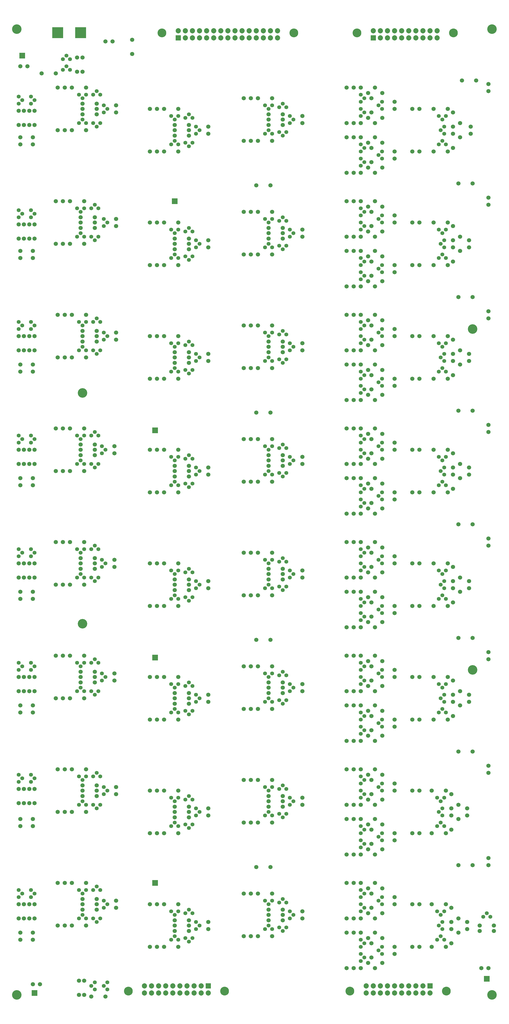
<source format=gbs>
G75*
G70*
%OFA0B0*%
%FSLAX24Y24*%
%IPPOS*%
%LPD*%
%AMOC8*
5,1,8,0,0,1.08239X$1,22.5*
%
%ADD10C,0.0595*%
%ADD11C,0.0556*%
%ADD12R,0.0730X0.0730*%
%ADD13C,0.0730*%
%ADD14C,0.1240*%
%ADD15R,0.0789X0.0789*%
%ADD16R,0.1580X0.1580*%
%ADD17C,0.1340*%
D10*
X003600Y005375D03*
X004600Y005375D03*
X003600Y011625D03*
X003600Y012625D03*
X003850Y014625D03*
X003100Y014625D03*
X002350Y014625D03*
X001600Y014625D03*
X001600Y016625D03*
X002350Y016625D03*
X003100Y016625D03*
X003850Y016625D03*
X001850Y012625D03*
X001850Y011625D03*
X007100Y013625D03*
X008100Y013625D03*
X009100Y013625D03*
X011100Y013625D03*
X010600Y015875D03*
X010600Y016625D03*
X010600Y017375D03*
X011100Y019625D03*
X009100Y019625D03*
X008100Y019625D03*
X007100Y019625D03*
X003600Y027625D03*
X003600Y028625D03*
X003850Y030875D03*
X003100Y030875D03*
X002350Y030875D03*
X001600Y030875D03*
X001600Y032875D03*
X002350Y032875D03*
X003100Y032875D03*
X003850Y032875D03*
X001850Y028625D03*
X001850Y027625D03*
X007100Y029625D03*
X008100Y029625D03*
X009100Y029625D03*
X011100Y029625D03*
X010600Y031875D03*
X010600Y032625D03*
X010600Y033375D03*
X011100Y035625D03*
X009100Y035625D03*
X008100Y035625D03*
X007100Y035625D03*
X003600Y043625D03*
X003600Y044625D03*
X003850Y046625D03*
X003100Y046625D03*
X002350Y046625D03*
X001600Y046625D03*
X001600Y048625D03*
X002350Y048625D03*
X003100Y048625D03*
X003850Y048625D03*
X001850Y044625D03*
X001850Y043625D03*
X006850Y045625D03*
X007850Y045625D03*
X008850Y045625D03*
X010350Y047875D03*
X010350Y048625D03*
X010350Y049375D03*
X010850Y051625D03*
X012350Y049375D03*
X012350Y048625D03*
X012350Y047875D03*
X010850Y045625D03*
X008850Y051625D03*
X007850Y051625D03*
X006850Y051625D03*
X003600Y059625D03*
X003600Y060625D03*
X003850Y062625D03*
X003100Y062625D03*
X002350Y062625D03*
X001600Y062625D03*
X001600Y064625D03*
X002350Y064625D03*
X003100Y064625D03*
X003850Y064625D03*
X001850Y060625D03*
X001850Y059625D03*
X006850Y061625D03*
X007850Y061625D03*
X008850Y061625D03*
X010350Y063875D03*
X010350Y064625D03*
X010350Y065375D03*
X010850Y067625D03*
X012350Y065375D03*
X012350Y064625D03*
X012350Y063875D03*
X010850Y061625D03*
X008850Y067625D03*
X007850Y067625D03*
X006850Y067625D03*
X003600Y075625D03*
X003600Y076625D03*
X003850Y078625D03*
X003100Y078625D03*
X002350Y078625D03*
X001600Y078625D03*
X001850Y076625D03*
X001850Y075625D03*
X001600Y080625D03*
X002350Y080625D03*
X003100Y080625D03*
X003850Y080625D03*
X006850Y077625D03*
X007850Y077625D03*
X008850Y077625D03*
X010350Y079875D03*
X010350Y080625D03*
X010350Y081375D03*
X010850Y083625D03*
X012350Y081375D03*
X012350Y080625D03*
X012350Y079875D03*
X010850Y077625D03*
X008850Y083625D03*
X007850Y083625D03*
X006850Y083625D03*
X003600Y091625D03*
X003600Y092625D03*
X003850Y094625D03*
X003100Y094625D03*
X002350Y094625D03*
X001600Y094625D03*
X001850Y092625D03*
X001850Y091625D03*
X001600Y096625D03*
X002350Y096625D03*
X003100Y096625D03*
X003850Y096625D03*
X007100Y093625D03*
X008100Y093625D03*
X009100Y093625D03*
X011100Y093625D03*
X010600Y095875D03*
X010600Y096625D03*
X010600Y097375D03*
X011100Y099625D03*
X009100Y099625D03*
X008100Y099625D03*
X007100Y099625D03*
X003600Y107625D03*
X003600Y108625D03*
X003850Y110375D03*
X003100Y110375D03*
X002350Y110375D03*
X001600Y110375D03*
X001850Y108625D03*
X001850Y107625D03*
X001600Y112375D03*
X002350Y112375D03*
X003100Y112375D03*
X003850Y112375D03*
X006850Y109625D03*
X007850Y109625D03*
X008850Y109625D03*
X010350Y111875D03*
X010350Y112625D03*
X010350Y113375D03*
X010850Y115625D03*
X012350Y113375D03*
X012350Y112625D03*
X012350Y111875D03*
X010850Y109625D03*
X008850Y115625D03*
X007850Y115625D03*
X006850Y115625D03*
X003600Y123625D03*
X003600Y124625D03*
X003850Y126375D03*
X003100Y126375D03*
X002350Y126375D03*
X001600Y126375D03*
X001850Y124625D03*
X001850Y123625D03*
X001600Y128375D03*
X002350Y128375D03*
X003100Y128375D03*
X003850Y128375D03*
X004850Y133625D03*
X002850Y134625D03*
X001850Y134625D03*
X006850Y133625D03*
X007100Y131625D03*
X008100Y131625D03*
X009100Y131625D03*
X011100Y131625D03*
X010600Y129375D03*
X010600Y128625D03*
X010600Y127875D03*
X011100Y125625D03*
X009100Y125625D03*
X008100Y125625D03*
X007100Y125625D03*
X009850Y133875D03*
X010600Y133875D03*
X010600Y135875D03*
X009850Y135875D03*
X012600Y129375D03*
X012600Y128625D03*
X012600Y127875D03*
X015350Y128125D03*
X015350Y129125D03*
X017600Y136375D03*
X017600Y138375D03*
X014850Y138125D03*
X013850Y138125D03*
X020100Y128625D03*
X021100Y128625D03*
X022100Y128625D03*
X023600Y126375D03*
X023600Y125625D03*
X023600Y124875D03*
X024100Y122625D03*
X025600Y124875D03*
X025600Y125625D03*
X025600Y126375D03*
X024100Y128625D03*
X022100Y122625D03*
X021100Y122625D03*
X020100Y122625D03*
X020100Y112625D03*
X021100Y112625D03*
X022100Y112625D03*
X023600Y110375D03*
X023600Y109625D03*
X023600Y108875D03*
X024100Y106625D03*
X025600Y108875D03*
X025600Y109625D03*
X025600Y110375D03*
X024100Y112625D03*
X022100Y106625D03*
X021100Y106625D03*
X020100Y106625D03*
X015350Y112125D03*
X015350Y113125D03*
X012600Y097375D03*
X012600Y096625D03*
X012600Y095875D03*
X015350Y096125D03*
X015350Y097125D03*
X020100Y096625D03*
X021100Y096625D03*
X022100Y096625D03*
X023600Y094375D03*
X023600Y093625D03*
X023600Y092875D03*
X024100Y090625D03*
X025600Y092875D03*
X025600Y093625D03*
X025600Y094375D03*
X024100Y096625D03*
X022100Y090625D03*
X021100Y090625D03*
X020100Y090625D03*
X020100Y080625D03*
X021100Y080625D03*
X022100Y080625D03*
X023600Y078375D03*
X023600Y077625D03*
X023600Y076875D03*
X024100Y074625D03*
X025600Y076875D03*
X025600Y077625D03*
X025600Y078375D03*
X024100Y080625D03*
X022100Y074625D03*
X021100Y074625D03*
X020100Y074625D03*
X015100Y080125D03*
X015100Y081125D03*
X015100Y065125D03*
X015100Y064125D03*
X020100Y064625D03*
X021100Y064625D03*
X022100Y064625D03*
X023600Y062375D03*
X023600Y061625D03*
X023600Y060875D03*
X024100Y058625D03*
X025600Y060875D03*
X025600Y061625D03*
X025600Y062375D03*
X024100Y064625D03*
X022100Y058625D03*
X021100Y058625D03*
X020100Y058625D03*
X020100Y048625D03*
X021100Y048625D03*
X022100Y048625D03*
X023600Y046375D03*
X023600Y045625D03*
X023600Y044875D03*
X024100Y042625D03*
X025600Y044875D03*
X025600Y045625D03*
X025600Y046375D03*
X024100Y048625D03*
X022100Y042625D03*
X021100Y042625D03*
X020100Y042625D03*
X015350Y033125D03*
X015350Y032125D03*
X012600Y031875D03*
X012600Y032625D03*
X012600Y033375D03*
X020100Y032625D03*
X021100Y032625D03*
X022100Y032625D03*
X023600Y030375D03*
X023600Y029625D03*
X023600Y028875D03*
X024100Y026625D03*
X025600Y028875D03*
X025600Y029625D03*
X025600Y030375D03*
X024100Y032625D03*
X022100Y026625D03*
X021100Y026625D03*
X020100Y026625D03*
X020100Y016625D03*
X021100Y016625D03*
X022100Y016625D03*
X023600Y014375D03*
X023600Y013625D03*
X023600Y012875D03*
X024100Y010625D03*
X025600Y012875D03*
X025600Y013625D03*
X025600Y014375D03*
X024100Y016625D03*
X022100Y010625D03*
X021100Y010625D03*
X020100Y010625D03*
X015350Y016125D03*
X015350Y017125D03*
X012600Y017375D03*
X012600Y016625D03*
X012600Y015875D03*
X010850Y005875D03*
X010100Y005875D03*
X010100Y003875D03*
X010850Y003875D03*
X011850Y003625D03*
X013850Y003625D03*
X028350Y013125D03*
X028350Y014125D03*
X033350Y012125D03*
X034350Y012125D03*
X035350Y012125D03*
X036850Y014375D03*
X036850Y015125D03*
X036850Y015875D03*
X037350Y018125D03*
X038850Y015875D03*
X038850Y015125D03*
X038850Y014375D03*
X037350Y012125D03*
X035350Y018125D03*
X034350Y018125D03*
X033350Y018125D03*
X035100Y021875D03*
X037100Y021875D03*
X037350Y028125D03*
X036850Y030375D03*
X036850Y031125D03*
X036850Y031875D03*
X037350Y034125D03*
X038850Y031875D03*
X038850Y031125D03*
X038850Y030375D03*
X041600Y030625D03*
X041600Y031625D03*
X037350Y044125D03*
X036850Y046375D03*
X036850Y047125D03*
X036850Y047875D03*
X037350Y050125D03*
X038850Y047875D03*
X038850Y047125D03*
X038850Y046375D03*
X041600Y046625D03*
X041600Y047625D03*
X037100Y053875D03*
X035100Y053875D03*
X035350Y050125D03*
X034350Y050125D03*
X033350Y050125D03*
X033350Y044125D03*
X034350Y044125D03*
X035350Y044125D03*
X035350Y034125D03*
X034350Y034125D03*
X033350Y034125D03*
X033350Y028125D03*
X034350Y028125D03*
X035350Y028125D03*
X041600Y015625D03*
X041600Y014625D03*
X047850Y014625D03*
X048850Y014625D03*
X049850Y014625D03*
X050880Y015375D03*
X051350Y016125D03*
X051850Y014625D03*
X052880Y015375D03*
X051850Y012625D03*
X052880Y011875D03*
X051350Y011125D03*
X050880Y011875D03*
X049850Y012625D03*
X048850Y012625D03*
X047850Y012625D03*
X047850Y007625D03*
X048850Y007625D03*
X049850Y007625D03*
X050880Y008375D03*
X051350Y009125D03*
X051850Y007625D03*
X052880Y008375D03*
X054600Y009625D03*
X054600Y010625D03*
X057100Y010625D03*
X058100Y010625D03*
X059850Y010625D03*
X061850Y010625D03*
X062600Y011125D03*
X063600Y012625D03*
X062600Y013125D03*
X062600Y014125D03*
X063600Y014625D03*
X064850Y014125D03*
X064850Y013125D03*
X066600Y012875D03*
X066600Y013625D03*
X068600Y013625D03*
X068600Y012875D03*
X067850Y007625D03*
X066850Y007625D03*
X062600Y016125D03*
X061850Y016625D03*
X059850Y016625D03*
X058100Y016625D03*
X057100Y016625D03*
X054600Y016625D03*
X054600Y017625D03*
X052880Y018875D03*
X051850Y019625D03*
X051350Y018125D03*
X050880Y018875D03*
X049850Y019625D03*
X048850Y019625D03*
X047850Y019625D03*
X047850Y023625D03*
X048850Y023625D03*
X049850Y023625D03*
X050880Y024375D03*
X051350Y025125D03*
X051850Y023625D03*
X052880Y024375D03*
X051350Y027125D03*
X050880Y027875D03*
X049850Y028625D03*
X048850Y028625D03*
X047850Y028625D03*
X047850Y030625D03*
X048850Y030625D03*
X049850Y030625D03*
X050880Y031375D03*
X051350Y032125D03*
X051850Y030625D03*
X052880Y031375D03*
X051850Y028625D03*
X052880Y027875D03*
X054600Y026625D03*
X054600Y025625D03*
X057100Y026625D03*
X058100Y026625D03*
X059850Y026625D03*
X061850Y026625D03*
X062600Y027125D03*
X063600Y028625D03*
X062600Y029125D03*
X062600Y030125D03*
X063600Y030625D03*
X064850Y030125D03*
X064850Y029125D03*
X062600Y032125D03*
X061850Y032625D03*
X059850Y032625D03*
X058100Y032625D03*
X057100Y032625D03*
X054600Y032625D03*
X054600Y033625D03*
X052880Y034875D03*
X051850Y035625D03*
X051350Y034125D03*
X050880Y034875D03*
X049850Y035625D03*
X048850Y035625D03*
X047850Y035625D03*
X047850Y039625D03*
X048850Y039625D03*
X049850Y039625D03*
X050880Y040375D03*
X051350Y041125D03*
X051850Y039625D03*
X052880Y040375D03*
X051350Y043125D03*
X050880Y043875D03*
X049850Y044625D03*
X048850Y044625D03*
X048850Y046625D03*
X049850Y046625D03*
X050880Y047375D03*
X051350Y048125D03*
X051850Y046625D03*
X052880Y047375D03*
X051850Y044625D03*
X052880Y043875D03*
X054600Y042625D03*
X054600Y041625D03*
X057100Y042625D03*
X058100Y042625D03*
X060100Y042625D03*
X062100Y042625D03*
X062850Y043125D03*
X063850Y044625D03*
X062850Y045125D03*
X062850Y046125D03*
X063850Y046625D03*
X062850Y048125D03*
X062100Y048625D03*
X060100Y048625D03*
X058100Y048625D03*
X057100Y048625D03*
X054600Y048625D03*
X054600Y049625D03*
X052880Y050875D03*
X051850Y051625D03*
X051350Y050125D03*
X050880Y050875D03*
X049850Y051625D03*
X048850Y051625D03*
X047850Y051625D03*
X047850Y055625D03*
X048850Y055625D03*
X049850Y055625D03*
X050880Y056375D03*
X051350Y057125D03*
X051850Y055625D03*
X052880Y056375D03*
X051350Y059125D03*
X050880Y059875D03*
X049850Y060625D03*
X048850Y060625D03*
X048850Y062625D03*
X049850Y062625D03*
X050880Y063375D03*
X051350Y064125D03*
X051850Y062625D03*
X052880Y063375D03*
X051850Y060625D03*
X052880Y059875D03*
X054600Y058625D03*
X054600Y057625D03*
X057100Y058625D03*
X058100Y058625D03*
X060100Y058625D03*
X062100Y058625D03*
X062850Y059125D03*
X063850Y060625D03*
X062850Y061125D03*
X062850Y062125D03*
X063850Y062625D03*
X062850Y064125D03*
X062100Y064625D03*
X060100Y064625D03*
X058100Y064625D03*
X057100Y064625D03*
X054600Y064625D03*
X054600Y065625D03*
X052880Y066875D03*
X051850Y067625D03*
X051350Y066125D03*
X050880Y066875D03*
X049850Y067625D03*
X048850Y067625D03*
X047850Y067625D03*
X047850Y071625D03*
X048850Y071625D03*
X049850Y071625D03*
X050880Y072375D03*
X051350Y073125D03*
X051850Y071625D03*
X052880Y072375D03*
X051350Y075125D03*
X050880Y075875D03*
X049850Y076625D03*
X048850Y076625D03*
X048850Y078625D03*
X049850Y078625D03*
X050880Y079375D03*
X051350Y080125D03*
X051850Y078625D03*
X052880Y079375D03*
X051850Y076625D03*
X052880Y075875D03*
X054600Y074625D03*
X054600Y073625D03*
X057100Y074625D03*
X058100Y074625D03*
X060100Y074625D03*
X062100Y074625D03*
X062850Y075125D03*
X063850Y076625D03*
X062850Y077125D03*
X062850Y078125D03*
X063850Y078625D03*
X062850Y080125D03*
X062100Y080625D03*
X060100Y080625D03*
X058100Y080625D03*
X057100Y080625D03*
X054600Y080625D03*
X054600Y081625D03*
X052880Y082875D03*
X051850Y083625D03*
X051350Y082125D03*
X050880Y082875D03*
X049850Y083625D03*
X048850Y083625D03*
X047850Y083625D03*
X047850Y087625D03*
X048850Y087625D03*
X049850Y087625D03*
X050880Y088375D03*
X051350Y089125D03*
X051350Y091125D03*
X050880Y091875D03*
X049850Y092625D03*
X048850Y092625D03*
X048850Y094625D03*
X049850Y094625D03*
X050880Y095375D03*
X051350Y096125D03*
X051850Y094625D03*
X052880Y095375D03*
X051850Y092625D03*
X052880Y091875D03*
X052880Y088375D03*
X051850Y087625D03*
X054600Y089625D03*
X054600Y090625D03*
X057100Y090625D03*
X058100Y090625D03*
X060100Y090625D03*
X062100Y090625D03*
X062850Y091125D03*
X063850Y092625D03*
X062850Y093125D03*
X062850Y094125D03*
X063850Y094625D03*
X062850Y096125D03*
X062100Y096625D03*
X060100Y096625D03*
X058100Y096625D03*
X057100Y096625D03*
X054600Y096625D03*
X054600Y097625D03*
X052880Y098875D03*
X051850Y099625D03*
X051350Y098125D03*
X050880Y098875D03*
X049850Y099625D03*
X048850Y099625D03*
X047850Y099625D03*
X047850Y103625D03*
X048850Y103625D03*
X049850Y103625D03*
X050880Y104375D03*
X051350Y105125D03*
X051850Y103625D03*
X052880Y104375D03*
X051350Y107125D03*
X050880Y107875D03*
X049850Y108625D03*
X048850Y108625D03*
X048850Y110625D03*
X049850Y110625D03*
X050880Y111375D03*
X051350Y112125D03*
X051350Y114125D03*
X050880Y114875D03*
X049850Y115625D03*
X048850Y115625D03*
X047850Y115625D03*
X047850Y119625D03*
X048850Y119625D03*
X049850Y119625D03*
X050880Y120375D03*
X051350Y121125D03*
X051850Y119625D03*
X052880Y120375D03*
X051350Y123125D03*
X050880Y123875D03*
X049850Y124625D03*
X048850Y124625D03*
X047850Y124625D03*
X047850Y126625D03*
X048850Y126625D03*
X049850Y126625D03*
X050880Y127375D03*
X051350Y128125D03*
X051850Y126625D03*
X052880Y127375D03*
X051850Y124625D03*
X052880Y123875D03*
X054600Y122625D03*
X054600Y121625D03*
X057100Y122625D03*
X058100Y122625D03*
X060100Y122625D03*
X062100Y122625D03*
X062850Y123125D03*
X063850Y124625D03*
X062850Y125125D03*
X062850Y126125D03*
X063850Y126625D03*
X062850Y128125D03*
X062100Y128625D03*
X060100Y128625D03*
X058100Y128625D03*
X057100Y128625D03*
X054600Y128625D03*
X054600Y129625D03*
X052880Y130875D03*
X051850Y131625D03*
X051350Y130125D03*
X050880Y130875D03*
X049850Y131625D03*
X048850Y131625D03*
X047850Y131625D03*
X041600Y127625D03*
X041600Y126625D03*
X038850Y126375D03*
X038850Y127125D03*
X038850Y127875D03*
X037350Y130125D03*
X036850Y127875D03*
X036850Y127125D03*
X036850Y126375D03*
X037350Y124125D03*
X035350Y124125D03*
X034350Y124125D03*
X033350Y124125D03*
X033350Y130125D03*
X034350Y130125D03*
X035350Y130125D03*
X035100Y117875D03*
X037100Y117875D03*
X037350Y114125D03*
X036850Y111875D03*
X036850Y111125D03*
X036850Y110375D03*
X037350Y108125D03*
X038850Y110375D03*
X038850Y111125D03*
X038850Y111875D03*
X041600Y111625D03*
X041600Y110625D03*
X037350Y098125D03*
X036850Y095875D03*
X036850Y095125D03*
X036850Y094375D03*
X037350Y092125D03*
X038850Y094375D03*
X038850Y095125D03*
X038850Y095875D03*
X041600Y095625D03*
X041600Y094625D03*
X037100Y085875D03*
X037350Y082125D03*
X036850Y079875D03*
X036850Y079125D03*
X036850Y078375D03*
X037350Y076125D03*
X038850Y078375D03*
X038850Y079125D03*
X038850Y079875D03*
X041600Y079625D03*
X041600Y078625D03*
X037350Y066125D03*
X036850Y063875D03*
X036850Y063125D03*
X036850Y062375D03*
X037350Y060125D03*
X038850Y062375D03*
X038850Y063125D03*
X038850Y063875D03*
X041600Y063625D03*
X041600Y062625D03*
X047850Y062625D03*
X047850Y060625D03*
X047850Y046625D03*
X047850Y044625D03*
X035350Y060125D03*
X034350Y060125D03*
X033350Y060125D03*
X033350Y066125D03*
X034350Y066125D03*
X035350Y066125D03*
X035350Y076125D03*
X034350Y076125D03*
X033350Y076125D03*
X033350Y082125D03*
X034350Y082125D03*
X035350Y082125D03*
X035100Y085875D03*
X035350Y092125D03*
X034350Y092125D03*
X033350Y092125D03*
X033350Y098125D03*
X034350Y098125D03*
X035350Y098125D03*
X035350Y108125D03*
X034350Y108125D03*
X033350Y108125D03*
X033350Y114125D03*
X034350Y114125D03*
X035350Y114125D03*
X028350Y110125D03*
X028350Y109125D03*
X028350Y094125D03*
X028350Y093125D03*
X028350Y078125D03*
X028350Y077125D03*
X028350Y062125D03*
X028350Y061125D03*
X028350Y046125D03*
X028350Y045125D03*
X028350Y030125D03*
X028350Y029125D03*
X015100Y048125D03*
X015100Y049125D03*
X047850Y076625D03*
X047850Y078625D03*
X047850Y092625D03*
X047850Y094625D03*
X054600Y105625D03*
X054600Y106625D03*
X052880Y107875D03*
X051850Y108625D03*
X051850Y110625D03*
X052880Y111375D03*
X052880Y114875D03*
X051850Y115625D03*
X054600Y113625D03*
X054600Y112625D03*
X057100Y112625D03*
X058100Y112625D03*
X060100Y112625D03*
X062100Y112625D03*
X062850Y112125D03*
X063850Y110625D03*
X062850Y110125D03*
X062850Y109125D03*
X063850Y108625D03*
X062850Y107125D03*
X062100Y106625D03*
X060100Y106625D03*
X058100Y106625D03*
X057100Y106625D03*
X063600Y102125D03*
X065600Y102125D03*
X067850Y100125D03*
X067850Y099125D03*
X065100Y094125D03*
X065100Y093125D03*
X065600Y086125D03*
X063600Y086125D03*
X065100Y078125D03*
X065100Y077125D03*
X067850Y083125D03*
X067850Y084125D03*
X065600Y070125D03*
X063600Y070125D03*
X065100Y062125D03*
X065100Y061125D03*
X067850Y067125D03*
X067850Y068125D03*
X065600Y054125D03*
X063600Y054125D03*
X065100Y046125D03*
X065100Y045125D03*
X067850Y051125D03*
X067850Y052125D03*
X065600Y038125D03*
X063600Y038125D03*
X067850Y036125D03*
X067850Y035125D03*
X067850Y023125D03*
X067850Y022125D03*
X065600Y022125D03*
X063600Y022125D03*
X065100Y109125D03*
X065100Y110125D03*
X067850Y115125D03*
X067850Y116125D03*
X065600Y118125D03*
X063600Y118125D03*
X065350Y125125D03*
X065350Y126125D03*
X067850Y131125D03*
X067850Y132125D03*
X066100Y132625D03*
X064100Y132625D03*
X047850Y110625D03*
X047850Y108625D03*
X028350Y125125D03*
X028350Y126125D03*
D11*
X027100Y125625D03*
X026600Y126125D03*
X026600Y125125D03*
X026100Y123875D03*
X025600Y123375D03*
X025100Y123875D03*
X024100Y123625D03*
X023600Y124125D03*
X023100Y123625D03*
X023600Y127125D03*
X023100Y127625D03*
X024100Y127625D03*
X025100Y127375D03*
X025600Y127875D03*
X026100Y127375D03*
X025600Y111875D03*
X025100Y111375D03*
X026100Y111375D03*
X026600Y110125D03*
X027100Y109625D03*
X026600Y109125D03*
X026100Y107875D03*
X025600Y107375D03*
X025100Y107875D03*
X024100Y107625D03*
X023600Y108125D03*
X023100Y107625D03*
X023600Y111125D03*
X023100Y111625D03*
X024100Y111625D03*
X025600Y095875D03*
X025100Y095375D03*
X026100Y095375D03*
X026600Y094125D03*
X027100Y093625D03*
X026600Y093125D03*
X026100Y091875D03*
X025600Y091375D03*
X025100Y091875D03*
X024100Y091625D03*
X023600Y092125D03*
X023100Y091625D03*
X023600Y095125D03*
X023100Y095625D03*
X024100Y095625D03*
X025600Y079875D03*
X025100Y079375D03*
X026100Y079375D03*
X026600Y078125D03*
X027100Y077625D03*
X026600Y077125D03*
X026100Y075875D03*
X025600Y075375D03*
X025100Y075875D03*
X024100Y075625D03*
X023600Y076125D03*
X023100Y075625D03*
X023600Y079125D03*
X023100Y079625D03*
X024100Y079625D03*
X025600Y063875D03*
X025100Y063375D03*
X026100Y063375D03*
X026600Y062125D03*
X027100Y061625D03*
X026600Y061125D03*
X026100Y059875D03*
X025600Y059375D03*
X025100Y059875D03*
X024100Y059625D03*
X023600Y060125D03*
X023100Y059625D03*
X023600Y063125D03*
X023100Y063625D03*
X024100Y063625D03*
X025600Y047875D03*
X025100Y047375D03*
X026100Y047375D03*
X026600Y046125D03*
X027100Y045625D03*
X026600Y045125D03*
X026100Y043875D03*
X025600Y043375D03*
X025100Y043875D03*
X024100Y043625D03*
X023600Y044125D03*
X023100Y043625D03*
X023600Y047125D03*
X023100Y047625D03*
X024100Y047625D03*
X025600Y031875D03*
X025100Y031375D03*
X026100Y031375D03*
X026600Y030125D03*
X027100Y029625D03*
X026600Y029125D03*
X026100Y027875D03*
X025600Y027375D03*
X025100Y027875D03*
X024100Y027625D03*
X023600Y028125D03*
X023100Y027625D03*
X023600Y031125D03*
X023100Y031625D03*
X024100Y031625D03*
X025600Y015875D03*
X025100Y015375D03*
X026100Y015375D03*
X026600Y014125D03*
X027100Y013625D03*
X026600Y013125D03*
X026100Y011875D03*
X025600Y011375D03*
X025100Y011875D03*
X024100Y011625D03*
X023600Y012125D03*
X023100Y011625D03*
X023600Y015125D03*
X023100Y015625D03*
X024100Y015625D03*
X014100Y016625D03*
X013600Y017125D03*
X013600Y016125D03*
X013100Y014625D03*
X012600Y014125D03*
X012100Y014625D03*
X011100Y014625D03*
X010600Y015125D03*
X010100Y014625D03*
X010600Y018125D03*
X011100Y018625D03*
X010100Y018625D03*
X012100Y018625D03*
X012600Y019125D03*
X013100Y018625D03*
X012600Y030125D03*
X012100Y030625D03*
X013100Y030625D03*
X013600Y032125D03*
X014100Y032625D03*
X013600Y033125D03*
X013100Y034625D03*
X012600Y035125D03*
X012100Y034625D03*
X011100Y034625D03*
X010600Y034125D03*
X010100Y034625D03*
X010600Y031125D03*
X011100Y030625D03*
X010100Y030625D03*
X003850Y034375D03*
X003350Y034875D03*
X003350Y033875D03*
X002100Y034375D03*
X001600Y034875D03*
X001600Y033875D03*
X001600Y018625D03*
X002100Y018125D03*
X001600Y017625D03*
X003350Y017625D03*
X003850Y018125D03*
X003350Y018625D03*
X012350Y005625D03*
X011850Y005125D03*
X012350Y004625D03*
X013600Y005125D03*
X014100Y004625D03*
X014100Y005625D03*
X012350Y046125D03*
X011850Y046625D03*
X012850Y046625D03*
X013350Y048125D03*
X013850Y048625D03*
X013350Y049125D03*
X012850Y050625D03*
X012350Y051125D03*
X011850Y050625D03*
X010850Y050625D03*
X010350Y050125D03*
X009850Y050625D03*
X010350Y047125D03*
X009850Y046625D03*
X010850Y046625D03*
X003850Y050125D03*
X003350Y050625D03*
X003350Y049625D03*
X002100Y050125D03*
X001600Y050625D03*
X001600Y049625D03*
X001600Y065625D03*
X002100Y066125D03*
X001600Y066625D03*
X003350Y066625D03*
X003850Y066125D03*
X003350Y065625D03*
X009850Y066625D03*
X010350Y066125D03*
X010850Y066625D03*
X011850Y066625D03*
X012350Y067125D03*
X012850Y066625D03*
X013350Y065125D03*
X013850Y064625D03*
X013350Y064125D03*
X012850Y062625D03*
X012350Y062125D03*
X011850Y062625D03*
X010850Y062625D03*
X010350Y063125D03*
X009850Y062625D03*
X012350Y078125D03*
X011850Y078625D03*
X012850Y078625D03*
X013350Y080125D03*
X013850Y080625D03*
X013350Y081125D03*
X012850Y082625D03*
X012350Y083125D03*
X011850Y082625D03*
X010850Y082625D03*
X010350Y082125D03*
X009850Y082625D03*
X010350Y079125D03*
X009850Y078625D03*
X010850Y078625D03*
X003850Y082125D03*
X003350Y081625D03*
X003350Y082625D03*
X002100Y082125D03*
X001600Y081625D03*
X001600Y082625D03*
X001600Y097625D03*
X002100Y098125D03*
X001600Y098625D03*
X003350Y098625D03*
X003850Y098125D03*
X003350Y097625D03*
X010100Y098625D03*
X010600Y098125D03*
X011100Y098625D03*
X012100Y098625D03*
X012600Y099125D03*
X013100Y098625D03*
X013600Y097125D03*
X014100Y096625D03*
X013600Y096125D03*
X013100Y094625D03*
X012600Y094125D03*
X012100Y094625D03*
X011100Y094625D03*
X010600Y095125D03*
X010100Y094625D03*
X012350Y110125D03*
X011850Y110625D03*
X012850Y110625D03*
X013600Y112125D03*
X014100Y112625D03*
X013600Y113125D03*
X012850Y114625D03*
X012350Y115125D03*
X011850Y114625D03*
X010850Y114625D03*
X010350Y114125D03*
X009850Y114625D03*
X010350Y111125D03*
X009850Y110625D03*
X010850Y110625D03*
X003850Y113875D03*
X003350Y113375D03*
X003350Y114375D03*
X002100Y113875D03*
X001600Y113375D03*
X001600Y114375D03*
X001600Y129375D03*
X002100Y129875D03*
X001600Y130375D03*
X003350Y130375D03*
X003850Y129875D03*
X003350Y129375D03*
X007850Y134125D03*
X008350Y134625D03*
X008850Y134125D03*
X008850Y135625D03*
X008350Y136125D03*
X007850Y135625D03*
X010100Y130625D03*
X010600Y130125D03*
X011100Y130625D03*
X012100Y130625D03*
X012600Y131125D03*
X013100Y130625D03*
X013600Y129125D03*
X014100Y128625D03*
X013600Y128125D03*
X013100Y126625D03*
X012600Y126125D03*
X012100Y126625D03*
X011100Y126625D03*
X010600Y127125D03*
X010100Y126625D03*
X036350Y125125D03*
X036850Y125625D03*
X037350Y125125D03*
X038350Y125375D03*
X038850Y124875D03*
X039350Y125375D03*
X039850Y126625D03*
X040350Y127125D03*
X039850Y127625D03*
X039350Y128875D03*
X038850Y129375D03*
X038350Y128875D03*
X037350Y129125D03*
X036850Y128625D03*
X036350Y129125D03*
X038850Y113375D03*
X038350Y112875D03*
X039350Y112875D03*
X039850Y111625D03*
X040350Y111125D03*
X039850Y110625D03*
X039350Y109375D03*
X038850Y108875D03*
X038350Y109375D03*
X037350Y109125D03*
X036850Y109625D03*
X036350Y109125D03*
X036850Y112625D03*
X036350Y113125D03*
X037350Y113125D03*
X038850Y097375D03*
X038350Y096875D03*
X039350Y096875D03*
X039850Y095625D03*
X040350Y095125D03*
X039850Y094625D03*
X039350Y093375D03*
X038850Y092875D03*
X038350Y093375D03*
X037350Y093125D03*
X036850Y093625D03*
X036350Y093125D03*
X036850Y096625D03*
X036350Y097125D03*
X037350Y097125D03*
X038850Y081375D03*
X038350Y080875D03*
X039350Y080875D03*
X039850Y079625D03*
X040350Y079125D03*
X039850Y078625D03*
X039350Y077375D03*
X038850Y076875D03*
X038350Y077375D03*
X037350Y077125D03*
X036850Y077625D03*
X036350Y077125D03*
X036850Y080625D03*
X036350Y081125D03*
X037350Y081125D03*
X038850Y065375D03*
X038350Y064875D03*
X039350Y064875D03*
X039850Y063625D03*
X040350Y063125D03*
X039850Y062625D03*
X039350Y061375D03*
X038850Y060875D03*
X038350Y061375D03*
X037350Y061125D03*
X036850Y061625D03*
X036350Y061125D03*
X036850Y064625D03*
X036350Y065125D03*
X037350Y065125D03*
X038850Y049375D03*
X038350Y048875D03*
X039350Y048875D03*
X039850Y047625D03*
X040350Y047125D03*
X039850Y046625D03*
X039350Y045375D03*
X038850Y044875D03*
X038350Y045375D03*
X037350Y045125D03*
X036850Y045625D03*
X036350Y045125D03*
X036850Y048625D03*
X036350Y049125D03*
X037350Y049125D03*
X038850Y033375D03*
X038350Y032875D03*
X039350Y032875D03*
X039850Y031625D03*
X040350Y031125D03*
X039850Y030625D03*
X039350Y029375D03*
X038850Y028875D03*
X038350Y029375D03*
X037350Y029125D03*
X036850Y029625D03*
X036350Y029125D03*
X036850Y032625D03*
X036350Y033125D03*
X037350Y033125D03*
X038850Y017375D03*
X038350Y016875D03*
X039350Y016875D03*
X039850Y015625D03*
X040350Y015125D03*
X039850Y014625D03*
X039350Y013375D03*
X038850Y012875D03*
X038350Y013375D03*
X037350Y013125D03*
X036850Y013625D03*
X036350Y013125D03*
X036850Y016625D03*
X036350Y017125D03*
X037350Y017125D03*
X049850Y016625D03*
X050350Y016125D03*
X049850Y015625D03*
X049850Y017625D03*
X050350Y018125D03*
X049850Y018625D03*
X052350Y017125D03*
X052850Y016625D03*
X052850Y017625D03*
X049850Y011625D03*
X050350Y011125D03*
X049850Y010625D03*
X049850Y009625D03*
X050350Y009125D03*
X049850Y008625D03*
X052350Y010125D03*
X052850Y010625D03*
X052850Y009625D03*
X060600Y011625D03*
X061100Y012125D03*
X061600Y011625D03*
X061350Y013125D03*
X060850Y013625D03*
X061350Y014125D03*
X061100Y015125D03*
X060600Y015625D03*
X061600Y015625D03*
X067100Y014875D03*
X067600Y015375D03*
X068100Y014875D03*
X061600Y027625D03*
X061100Y028125D03*
X060600Y027625D03*
X060850Y029625D03*
X061350Y029125D03*
X061350Y030125D03*
X061100Y031125D03*
X060600Y031625D03*
X061600Y031625D03*
X061850Y043625D03*
X061350Y044125D03*
X060850Y043625D03*
X061600Y045125D03*
X061100Y045625D03*
X061600Y046125D03*
X061350Y047125D03*
X060850Y047625D03*
X061850Y047625D03*
X061850Y059625D03*
X061350Y060125D03*
X060850Y059625D03*
X061600Y061125D03*
X061100Y061625D03*
X061600Y062125D03*
X061350Y063125D03*
X060850Y063625D03*
X061850Y063625D03*
X061850Y075625D03*
X061350Y076125D03*
X060850Y075625D03*
X061600Y077125D03*
X061100Y077625D03*
X061600Y078125D03*
X061350Y079125D03*
X061850Y079625D03*
X060850Y079625D03*
X060850Y091625D03*
X061350Y092125D03*
X061850Y091625D03*
X061600Y093125D03*
X061100Y093625D03*
X061600Y094125D03*
X061350Y095125D03*
X061850Y095625D03*
X060850Y095625D03*
X060850Y107625D03*
X061350Y108125D03*
X061850Y107625D03*
X061600Y109125D03*
X061100Y109625D03*
X061600Y110125D03*
X061350Y111125D03*
X061850Y111625D03*
X060850Y111625D03*
X060850Y123625D03*
X061350Y124125D03*
X061850Y123625D03*
X061600Y125125D03*
X061100Y125625D03*
X061600Y126125D03*
X061350Y127125D03*
X061850Y127625D03*
X060850Y127625D03*
X052850Y128625D03*
X052350Y129125D03*
X052850Y129625D03*
X050350Y130125D03*
X049850Y130625D03*
X049850Y129625D03*
X049850Y128625D03*
X050350Y128125D03*
X049850Y127625D03*
X049850Y123625D03*
X050350Y123125D03*
X049850Y122625D03*
X049850Y121625D03*
X050350Y121125D03*
X049850Y120625D03*
X052350Y122125D03*
X052850Y121625D03*
X052850Y122625D03*
X049850Y114625D03*
X050350Y114125D03*
X049850Y113625D03*
X049850Y112625D03*
X050350Y112125D03*
X049850Y111625D03*
X049850Y107625D03*
X050350Y107125D03*
X049850Y106625D03*
X049850Y105625D03*
X050350Y105125D03*
X049850Y104625D03*
X052350Y106125D03*
X052850Y105625D03*
X052850Y106625D03*
X052850Y112625D03*
X052350Y113125D03*
X052850Y113625D03*
X049850Y098625D03*
X050350Y098125D03*
X049850Y097625D03*
X049850Y096625D03*
X050350Y096125D03*
X049850Y095625D03*
X049850Y091625D03*
X050350Y091125D03*
X049850Y090625D03*
X049850Y089625D03*
X050350Y089125D03*
X049850Y088625D03*
X052350Y090125D03*
X052850Y089625D03*
X052850Y090625D03*
X052850Y096625D03*
X052350Y097125D03*
X052850Y097625D03*
X049850Y082625D03*
X050350Y082125D03*
X049850Y081625D03*
X049850Y080625D03*
X050350Y080125D03*
X049850Y079625D03*
X049850Y075625D03*
X050350Y075125D03*
X049850Y074625D03*
X049850Y073625D03*
X050350Y073125D03*
X049850Y072625D03*
X052350Y074125D03*
X052850Y073625D03*
X052850Y074625D03*
X052850Y080625D03*
X052350Y081125D03*
X052850Y081625D03*
X049850Y066625D03*
X050350Y066125D03*
X049850Y065625D03*
X049850Y064625D03*
X050350Y064125D03*
X049850Y063625D03*
X049850Y059625D03*
X050350Y059125D03*
X049850Y058625D03*
X049850Y057625D03*
X050350Y057125D03*
X049850Y056625D03*
X052350Y058125D03*
X052850Y057625D03*
X052850Y058625D03*
X052850Y064625D03*
X052350Y065125D03*
X052850Y065625D03*
X049850Y050625D03*
X050350Y050125D03*
X049850Y049625D03*
X049850Y048625D03*
X050350Y048125D03*
X049850Y047625D03*
X049850Y043625D03*
X050350Y043125D03*
X049850Y042625D03*
X049850Y041625D03*
X050350Y041125D03*
X049850Y040625D03*
X052350Y042125D03*
X052850Y042625D03*
X052850Y041625D03*
X049850Y034625D03*
X050350Y034125D03*
X049850Y033625D03*
X049850Y032625D03*
X050350Y032125D03*
X049850Y031625D03*
X049850Y027625D03*
X050350Y027125D03*
X049850Y026625D03*
X049850Y025625D03*
X050350Y025125D03*
X049850Y024625D03*
X052350Y026125D03*
X052850Y026625D03*
X052850Y025625D03*
X052850Y032625D03*
X052350Y033125D03*
X052850Y033625D03*
X052850Y048625D03*
X052350Y049125D03*
X052850Y049625D03*
D12*
X059600Y005125D03*
X028350Y005125D03*
X024100Y138625D03*
X051600Y138625D03*
D13*
X051600Y139625D03*
X052600Y139625D03*
X052600Y138625D03*
X053600Y138625D03*
X053600Y139625D03*
X054600Y139625D03*
X054600Y138625D03*
X055600Y138625D03*
X055600Y139625D03*
X056600Y139625D03*
X056600Y138625D03*
X057600Y138625D03*
X057600Y139625D03*
X058600Y139625D03*
X058600Y138625D03*
X059600Y138625D03*
X059600Y139625D03*
X060600Y139625D03*
X060600Y138625D03*
X038100Y138625D03*
X038100Y139625D03*
X037100Y139625D03*
X037100Y138625D03*
X036100Y138625D03*
X036100Y139625D03*
X035100Y139625D03*
X035100Y138625D03*
X034100Y138625D03*
X034100Y139625D03*
X033100Y139625D03*
X033100Y138625D03*
X032100Y138625D03*
X032100Y139625D03*
X031100Y139625D03*
X031100Y138625D03*
X030100Y138625D03*
X030100Y139625D03*
X029100Y139625D03*
X029100Y138625D03*
X028100Y138625D03*
X028100Y139625D03*
X027100Y139625D03*
X027100Y138625D03*
X026100Y138625D03*
X026100Y139625D03*
X025100Y139625D03*
X025100Y138625D03*
X024100Y139625D03*
X024350Y005125D03*
X024350Y004125D03*
X023350Y004125D03*
X023350Y005125D03*
X022350Y005125D03*
X022350Y004125D03*
X021350Y004125D03*
X021350Y005125D03*
X020350Y005125D03*
X020350Y004125D03*
X019350Y004125D03*
X019350Y005125D03*
X025350Y005125D03*
X025350Y004125D03*
X026350Y004125D03*
X026350Y005125D03*
X027350Y005125D03*
X027350Y004125D03*
X028350Y004125D03*
X050600Y004125D03*
X050600Y005125D03*
X051600Y005125D03*
X051600Y004125D03*
X052600Y004125D03*
X052600Y005125D03*
X053600Y005125D03*
X053600Y004125D03*
X054600Y004125D03*
X054600Y005125D03*
X055600Y005125D03*
X055600Y004125D03*
X056600Y004125D03*
X056600Y005125D03*
X057600Y005125D03*
X057600Y004125D03*
X058600Y004125D03*
X058600Y005125D03*
X059600Y004125D03*
D14*
X061890Y004415D03*
X048310Y004415D03*
X030640Y004415D03*
X017060Y004415D03*
X021810Y139335D03*
X040390Y139335D03*
X049310Y139335D03*
X062890Y139335D03*
D15*
X023600Y115625D03*
X020850Y083375D03*
X020850Y051375D03*
X020850Y019625D03*
X003850Y004125D03*
X067600Y006125D03*
X002100Y136125D03*
D16*
X007100Y139375D03*
X010350Y139375D03*
D17*
X001350Y003875D03*
X010600Y056125D03*
X010600Y088625D03*
X001350Y139875D03*
X065600Y097625D03*
X068350Y139875D03*
X065600Y049625D03*
X068350Y003875D03*
M02*

</source>
